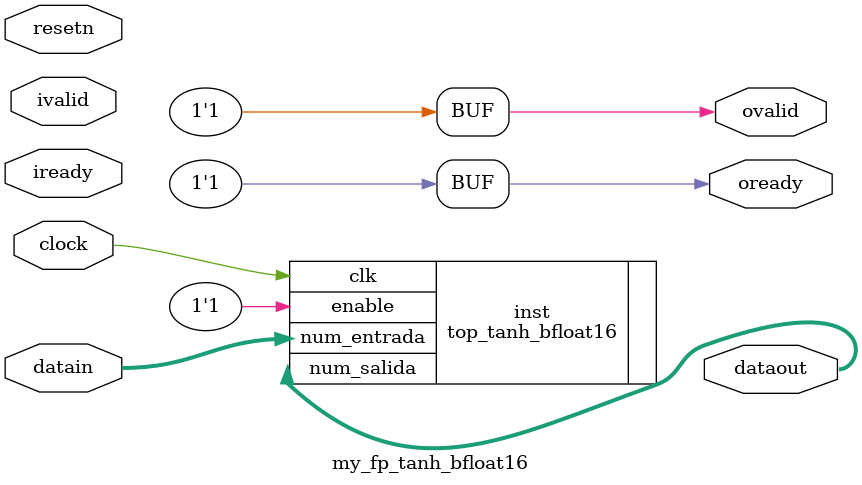
<source format=v>
`timescale 1 ps / 1 ps
module my_fp_tanh_bfloat16 (

	input   clock,
	input   resetn,
	input   ivalid, 
	input   iready,
	output  ovalid, 
	output  oready,
	input   [15:0]  datain,
	output  [15:0]  dataout);
	
	
  assign ovalid = 1'b1;
  assign oready = 1'b1;
  // ivalid, iready, resetn are ignored
  

	top_tanh_bfloat16	inst(
				.clk(clock),
				.enable(1'b1),
				.num_entrada(datain),
				.num_salida(dataout));

endmodule

</source>
